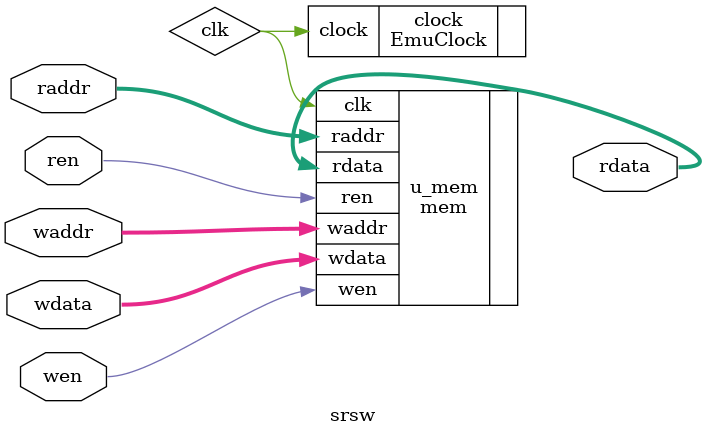
<source format=v>
`timescale 1 ns / 1 ps

module srsw(
    input                   ren,
    input   [2:0]           raddr,
    output  [79:0]          rdata,
    input                   wen,
    input   [2:0]           waddr,
    input   [79:0]          wdata
);

    wire clk;
    EmuClock clock(.clock(clk));

    mem #(
        .WIDTH(80),
        .DEPTH(8),
        .OFFSET(0),
        .SYNCREAD(1)
    )
    u_mem (
        .clk(clk),
        .ren(ren),
        .raddr(raddr),
        .rdata(rdata),
        .wen(wen),
        .waddr(waddr),
        .wdata(wdata)
    );

endmodule

</source>
